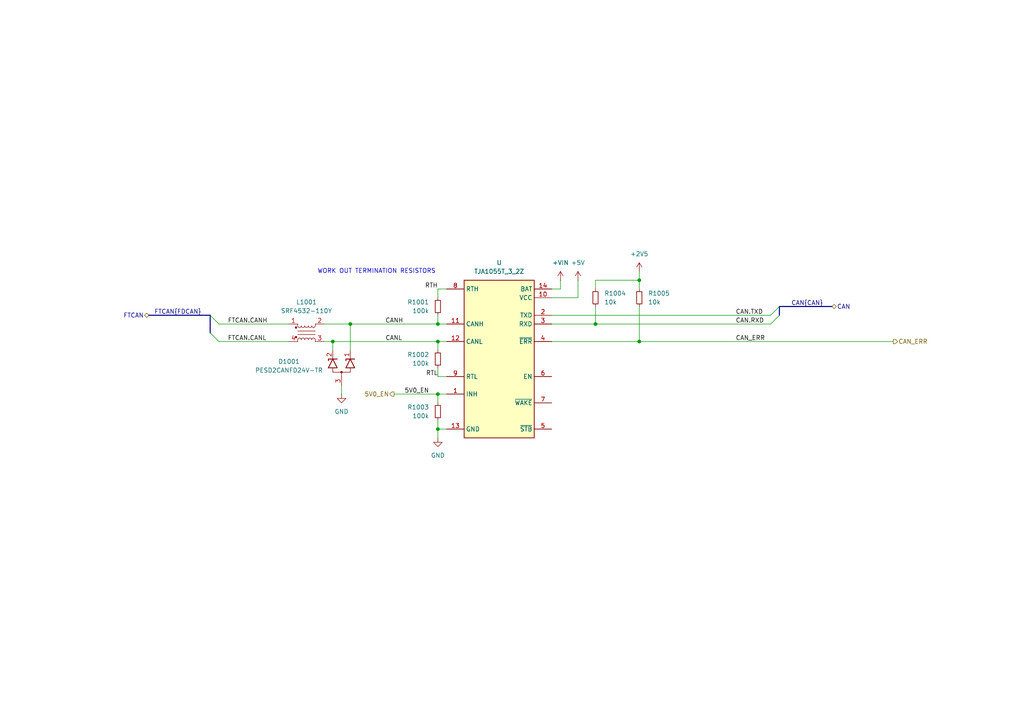
<source format=kicad_sch>
(kicad_sch (version 20231120) (generator "eeschema") (generator_version "8.0")
  (paper "A4")
  (title_block (date "2024-04-06") (rev "0.0.0") (company "Ben Smith"))
  (lib_symbols
    (symbol "Device:R_Small" (pin_numbers hide) (pin_names (offset 0.254) hide)
      (property "Reference" "R" (at 0.762 0.508 0))
      (property "Value" "R_Small" (at 0.762 -1.016 0))
      (symbol "R_Small_0_1"
        (rectangle (start -0.762 1.778) (end 0.762 -1.778) (stroke (width 0.2032)))
      )
      (symbol "R_Small_1_1"
        (pin passive line (at 0 2.54 270) (length 0.762) (name "~") (number "1"))
        (pin passive line (at 0 -2.54 90) (length 0.762) (name "~") (number "2"))
      )
    )
    (symbol "PESD2CANFD24V-TR:PESD2CANFD24V-TR" (pin_names hide)
      (property "Reference" "D" (at 0 17.78 0))
      (property "Value" "PESD2CANFD24V-TR" (at 0 15.24 0))
      (symbol "PESD2CANFD24V-TR_0_1"
        (polyline (pts (xy -2.54 -1.27) (xy 2.54 -1.27)))
        (polyline (pts (xy -2.54 0) (xy -2.54 -1.27)) (stroke (width 0.1524)))
        (polyline (pts (xy 0 -2.54) (xy 0 -1.27)))
        (polyline (pts (xy -3.81 2.54) (xy -1.27 2.54) (xy -1.27 2.032)) (stroke (width 0.254)))
        (polyline (pts (xy -1.27 0) (xy -3.81 0) (xy -2.54 2.54) (xy -1.27 0)) (stroke (width 0.254)))
      )
      (symbol "PESD2CANFD24V-TR_1_1"
        (circle (center 0 -1.27) (radius 0.254) (fill (type outline)))
        (polyline (pts (xy 2.54 0) (xy 2.54 -1.27)) (stroke (width 0.1524)))
        (polyline (pts (xy 1.27 2.54) (xy 3.81 2.54) (xy 3.81 2.032)) (stroke (width 0.254)))
        (polyline (pts (xy 3.81 0) (xy 1.27 0) (xy 2.54 2.54) (xy 3.81 0)) (stroke (width 0.254)))
        (pin passive line (at -2.54 5.08 270) (length 2.54) (name "K1") (number "1"))
        (pin passive line (at 2.54 5.08 270) (length 2.54) (name "K2") (number "2"))
        (pin passive line (at 0 -5.08 90) (length 2.54) (name "CC") (number "3"))
      )
    )
    (symbol "SRF4532-110Y:SRF4532-110Y" (pin_names hide)
      (property "Reference" "L" (at 0 5.08 0))
      (property "Value" "SRF4532-110Y" (at 0 2.54 0))
      (symbol "SRF4532-110Y_1_1"
        (circle (center -3.048 -6.35) (radius 0.254) (fill (type outline)))
        (circle (center -3.048 -3.556) (radius 0.254) (fill (type outline)))
        (arc (start -2.54 -3.048) (mid -2.032 -3.5538) (end -1.524 -3.048))
        (arc (start -1.524 -7.112) (mid -2.032 -6.6062) (end -2.54 -7.112))
        (arc (start -1.524 -3.048) (mid -1.016 -3.5538) (end -0.508 -3.048))
        (arc (start -0.508 -7.112) (mid -1.016 -6.6062) (end -1.524 -7.112))
        (arc (start -0.508 -3.048) (mid 0 -3.5538) (end 0.508 -3.048))
        (polyline (pts (xy -2.54 -7.112) (xy -2.54 -7.62)))
        (polyline (pts (xy -2.54 -4.572) (xy 2.54 -4.572)))
        (polyline (pts (xy -2.54 -3.048) (xy -2.54 -2.54)))
        (polyline (pts (xy 2.54 -7.112) (xy 2.54 -7.62)))
        (polyline (pts (xy 2.54 -5.588) (xy -2.54 -5.588)))
        (polyline (pts (xy 2.54 -2.54) (xy 2.54 -3.048)))
        (arc (start 0.508 -7.112) (mid 0 -6.6062) (end -0.508 -7.112))
        (arc (start 0.508 -3.048) (mid 1.016 -3.5538) (end 1.524 -3.048))
        (arc (start 1.524 -7.112) (mid 1.016 -6.6062) (end 0.508 -7.112))
        (arc (start 1.524 -3.048) (mid 2.032 -3.5538) (end 2.54 -3.048))
        (arc (start 2.54 -7.112) (mid 2.032 -6.6062) (end 1.524 -7.112))
        (pin passive line (at -5.08 -2.54 0) (length 2.54) (name "1") (number "1"))
        (pin passive line (at 5.08 -2.54 180) (length 2.54) (name "2") (number "2"))
        (pin passive line (at 5.08 -7.62 180) (length 2.54) (name "3") (number "3"))
        (pin passive line (at -5.08 -7.62 0) (length 2.54) (name "4") (number "4"))
      )
    )
    (symbol "TJA1055T_3_2Z:TJA1055T_3_2Z"
      (property "Reference" "U" (at 0 5.08 0))
      (property "Value" "TJA1055T_3_2Z" (at 0 2.54 0))
      (symbol "TJA1055T_3_2Z_1_1"
        (rectangle (start -10.16 0) (end 10.16 -45.72) (stroke (width 0.254)) (fill (type background)))
        (pin passive line (at -15.24 -33.02 0) (length 5.08) (name "INH") (number "1"))
        (pin passive line (at 15.24 -5.08 180) (length 5.08) (name "VCC") (number "10"))
        (pin passive line (at -15.24 -12.7 0) (length 5.08) (name "CANH") (number "11"))
        (pin passive line (at -15.24 -17.78 0) (length 5.08) (name "CANL") (number "12"))
        (pin passive line (at -15.24 -43.18 0) (length 5.08) (name "GND") (number "13"))
        (pin passive line (at 15.24 -2.54 180) (length 5.08) (name "BAT") (number "14"))
        (pin passive line (at 15.24 -10.16 180) (length 5.08) (name "TXD") (number "2"))
        (pin passive line (at 15.24 -12.7 180) (length 5.08) (name "RXD") (number "3"))
        (pin passive line (at 15.24 -17.78 180) (length 5.08) (name "~{ERR}") (number "4"))
        (pin passive line (at 15.24 -43.18 180) (length 5.08) (name "~{STB}") (number "5"))
        (pin passive line (at 15.24 -27.94 180) (length 5.08) (name "EN") (number "6"))
        (pin passive line (at 15.24 -35.56 180) (length 5.08) (name "~{WAKE}") (number "7"))
        (pin passive line (at -15.24 -2.54 0) (length 5.08) (name "RTH") (number "8"))
        (pin passive line (at -15.24 -27.94 0) (length 5.08) (name "RTL") (number "9"))
      )
    )
    (symbol "power:+2V5" (power) (pin_numbers hide) (pin_names (offset 0) hide)
      (property "Value" "+2V5" (at 0 3.556 0))
      (symbol "+2V5_0_1"
        (polyline (pts (xy -0.762 1.27) (xy 0 2.54)))
        (polyline (pts (xy 0 0) (xy 0 2.54)))
        (polyline (pts (xy 0 2.54) (xy 0.762 1.27)))
      )
      (symbol "+2V5_1_1"
        (pin power_in line (at 0 0 90) (length 0) (name "~") (number "1"))
      )
    )
    (symbol "power:+5V" (power) (pin_numbers hide) (pin_names (offset 0) hide)
      (property "Value" "+5V" (at 0 3.556 0))
      (symbol "+5V_0_1"
        (polyline (pts (xy -0.762 1.27) (xy 0 2.54)))
        (polyline (pts (xy 0 0) (xy 0 2.54)))
        (polyline (pts (xy 0 2.54) (xy 0.762 1.27)))
      )
      (symbol "+5V_1_1"
        (pin power_in line (at 0 0 90) (length 0) (name "~") (number "1"))
      )
    )
    (symbol "power:GND" (power) (pin_numbers hide) (pin_names (offset 0) hide)
      (property "Value" "GND" (at 0 -3.81 0))
      (symbol "GND_0_1"
        (polyline (pts (xy 0 0) (xy 0 -1.27) (xy 1.27 -1.27) (xy 0 -2.54) (xy -1.27 -1.27) (xy 0 -1.27)))
      )
      (symbol "GND_1_1"
        (pin power_in line (at 0 0 270) (length 0) (name "~") (number "1"))
      )
    )
  )
  (bus_alias "FTCAN" (members "CANH" "CANL"))
  (junction (at 185.42 81.28))
  (junction (at 185.42 99.06))
  (junction (at 127 124.46))
  (junction (at 127 114.3))
  (junction (at 127 93.98))
  (junction (at 172.72 93.98))
  (junction (at 101.6 93.98))
  (junction (at 96.52 99.06))
  (junction (at 127 99.06))
  (bus_entry (at 60.96 91.44) (size 2.54 2.54))
  (bus_entry (at 60.96 96.52) (size 2.54 2.54))
  (bus_entry (at 226.06 91.44) (size -2.54 2.54))
  (bus_entry (at 226.06 88.9) (size -2.54 2.54))
  (wire (pts (xy 96.52 99.06) (xy 96.52 101.6)))
  (wire (pts (xy 185.42 81.28) (xy 172.72 81.28)))
  (wire (pts (xy 93.98 99.06) (xy 96.52 99.06)))
  (wire (pts (xy 127 86.36) (xy 127 83.82)))
  (wire (pts (xy 127 127) (xy 127 124.46)))
  (wire (pts (xy 63.5 99.06) (xy 83.82 99.06)))
  (wire (pts (xy 160.02 91.44) (xy 223.52 91.44)))
  (wire (pts (xy 127 106.68) (xy 127 109.22)))
  (wire (pts (xy 127 124.46) (xy 127 121.92)))
  (wire (pts (xy 127 114.3) (xy 127 116.84)))
  (bus (pts (xy 60.96 91.44) (xy 43.18 91.44)))
  (wire (pts (xy 172.72 88.9) (xy 172.72 93.98)))
  (wire (pts (xy 127 99.06) (xy 127 101.6)))
  (wire (pts (xy 96.52 99.06) (xy 127 99.06)))
  (wire (pts (xy 172.72 93.98) (xy 223.52 93.98)))
  (wire (pts (xy 172.72 81.28) (xy 172.72 83.82)))
  (wire (pts (xy 93.98 93.98) (xy 101.6 93.98)))
  (wire (pts (xy 127 83.82) (xy 129.54 83.82)))
  (wire (pts (xy 160.02 99.06) (xy 185.42 99.06)))
  (wire (pts (xy 127 91.44) (xy 127 93.98)))
  (wire (pts (xy 185.42 99.06) (xy 259.08 99.06)))
  (bus (pts (xy 226.06 88.9) (xy 241.3 88.9)))
  (wire (pts (xy 185.42 99.06) (xy 185.42 88.9)))
  (bus (pts (xy 60.96 91.44) (xy 60.96 96.52)))
  (wire (pts (xy 127 99.06) (xy 129.54 99.06)))
  (wire (pts (xy 162.56 81.28) (xy 162.56 83.82)))
  (bus (pts (xy 226.06 88.9) (xy 226.06 91.44)))
  (wire (pts (xy 160.02 83.82) (xy 162.56 83.82)))
  (wire (pts (xy 185.42 78.74) (xy 185.42 81.28)))
  (wire (pts (xy 99.06 114.3) (xy 99.06 111.76)))
  (wire (pts (xy 167.64 81.28) (xy 167.64 86.36)))
  (wire (pts (xy 167.64 86.36) (xy 160.02 86.36)))
  (wire (pts (xy 63.5 93.98) (xy 83.82 93.98)))
  (wire (pts (xy 127 109.22) (xy 129.54 109.22)))
  (wire (pts (xy 127 114.3) (xy 114.3 114.3)))
  (wire (pts (xy 185.42 83.82) (xy 185.42 81.28)))
  (wire (pts (xy 129.54 124.46) (xy 127 124.46)))
  (wire (pts (xy 101.6 93.98) (xy 101.6 101.6)))
  (wire (pts (xy 127 114.3) (xy 129.54 114.3)))
  (wire (pts (xy 101.6 93.98) (xy 127 93.98)))
  (wire (pts (xy 127 93.98) (xy 129.54 93.98)))
  (wire (pts (xy 160.02 93.98) (xy 172.72 93.98)))
  (text "WORK OUT TERMINATION RESISTORS" (at 109.22 78.74 0) (effects (font (size 1.27 1.27))))
  (label "CAN{CAN}" (at 238.76 88.9 180))
  (label "CANL" (at 111.76 99.06 0))
  (label "FTCAN.CANL" (at 66.04 99.06 0))
  (label "CAN.RXD" (at 213.36 93.98 0))
  (label "FTCAN.CANH" (at 66.04 93.98 0))
  (label "5V0_EN" (at 124.46 114.3 180))
  (label "CAN_ERR" (at 213.36 99.06 0))
  (label "CANH" (at 111.76 93.98 0))
  (label "RTL" (at 127 109.22 180))
  (label "CAN.TXD" (at 213.36 91.44 0))
  (label "RTH" (at 127 83.82 180))
  (label "FTCAN{FDCAN}" (at 58.42 91.44 180))
  (hierarchical_label "CAN" (shape bidirectional) (at 241.3 88.9 0))
  (hierarchical_label "FTCAN" (shape bidirectional) (at 43.18 91.44 180))
  (hierarchical_label "5V0_EN" (shape output) (at 114.3 114.3 180))
  (hierarchical_label "CAN_ERR" (shape output) (at 259.08 99.06 0))
  (symbol (lib_id "power:+2V5") (at 185.42 78.74 0) (unit 1)
    (property "Reference" "#PWR01005" (effects (hide yes)))
    (property "Value" "+2V5" (at 185.42 73.66 0))
    (property "Description" "Power symbol creates a global label with name \"+2V5\"" (effects (hide yes)))
  )
  (symbol (lib_id "power:GND") (at 99.06 114.3 0) (unit 1)
    (property "Reference" "#PWR01001" (effects (hide yes)))
    (property "Value" "GND" (at 99.06 119.38 0))
    (property "Description" "Power symbol creates a global label with name \"GND\" , ground" (effects (hide yes)))
  )
  (symbol (lib_id "TJA1055T_3_2Z:TJA1055T_3_2Z") (at 144.78 81.28 0) (unit 1)
    (property "Reference" "U" (at 144.78 76.2 0))
    (property "Value" "TJA1055T_3_2Z" (at 144.78 78.74 0))
    (property "Footprint" "switch_footprints:SOIC127P600X175-14N" (effects (hide yes)))
    (property "Datasheet" "http://www.nxp.com/docs/en/data-sheet/TJA1055.pdf" (effects (hide yes)))
    (property "Description" "CAN Interface IC Enhanced fault-tolerant CAN transceiver" (effects (hide yes)))
    (property "Height" "1.75" (effects (hide yes)))
    (property "Mouser Part Number" "771-TJA1055T/3/2Z" (effects (hide yes)))
    (property "Mouser Price/Stock" "https://www.mouser.co.uk/ProductDetail/NXP-Semiconductors/TJA1055T-3-2Z?qs=qSfuJ%252Bfl%2Fd73Y%2FIsMw3Ayg%3D%3D" (effects (hide yes)))
    (property "Manufacturer_Name" "NXP" (effects (hide yes)))
    (property "Manufacturer_Part_Number" "TJA1055T/3/2Z" (effects (hide yes)))
  )
  (symbol (lib_id "Device:R_Small") (at 185.42 86.36 0) (mirror y) (unit 1)
    (property "Reference" "R1005" (at 187.96 85.0899 0) (effects (justify right)))
    (property "Value" "10k" (at 187.96 87.6299 0) (effects (justify right)))
    (property "Footprint" "Resistor_SMD:R_0402_1005Metric" (effects (hide yes)))
    (property "Description" "Resistor, small symbol" (effects (hide yes)))
  )
  (symbol (lib_id "Device:R_Small") (at 172.72 86.36 0) (mirror y) (unit 1)
    (property "Reference" "R1004" (at 175.26 85.0899 0) (effects (justify right)))
    (property "Value" "10k" (at 175.26 87.6299 0) (effects (justify right)))
    (property "Footprint" "Resistor_SMD:R_0402_1005Metric" (effects (hide yes)))
    (property "Description" "Resistor, small symbol" (effects (hide yes)))
  )
  (symbol (lib_id "power:+5V") (at 162.56 81.28 0) (unit 1)
    (property "Reference" "#PWR01003" (effects (hide yes)))
    (property "Value" "+VIN" (at 162.56 76.2 0))
    (property "Description" "Power symbol creates a global label with name \"+VIN\"" (effects (hide yes)))
  )
  (symbol (lib_id "power:GND") (at 127 127 0) (mirror y) (unit 1)
    (property "Reference" "#PWR01004" (effects (hide yes)))
    (property "Value" "GND" (at 127 132.08 0))
    (property "Description" "Power symbol creates a global label with name \"GND\" , ground" (effects (hide yes)))
  )
  (symbol (lib_id "PESD2CANFD24V-TR:PESD2CANFD24V-TR") (at 99.06 106.68 0) (mirror y) (unit 1)
    (property "Reference" "D1001" (at 83.82 104.14 0) (effects (justify top)))
    (property "Value" "PESD2CANFD24V-TR" (at 83.82 106.68 0) (effects (justify top)))
    (property "Footprint" "switch_footprints:SOT95P230X110-3N" (effects (hide yes)))
    (property "Datasheet" "https://www.mouser.co.uk/datasheet/2/916/PESD2CANFD24V_T-1772559.pdf" (effects (hide yes)))
    (property "Description" "ESD Suppressors / TVS Diodes DIODE ESD PROT" (effects (hide yes)))
    (property "Height" "1.1" (effects (hide yes)))
    (property "Mouser Part Number" "771-PESD2CANFD24V-TR" (effects (hide yes)))
    (property "Mouser Price/Stock" "https://www.mouser.co.uk/ProductDetail/Nexperia/PESD2CANFD24V-TR?qs=xZ%2FP%252Ba9zWqbW0qDIUI%252BQ%2FA%3D%3D" (effects (hide yes)))
    (property "Manufacturer_Name" "Nexperia" (effects (hide yes)))
    (property "Manufacturer_Part_Number" "PESD2CANFD24V-TR" (effects (hide yes)))
  )
  (symbol (lib_id "power:+5V") (at 167.64 81.28 0) (unit 1)
    (property "Reference" "#PWR01002" (effects (hide yes)))
    (property "Value" "+5V" (at 167.64 76.2 0))
    (property "Description" "Power symbol creates a global label with name \"+5V\"" (effects (hide yes)))
  )
  (symbol (lib_id "Device:R_Small") (at 127 119.38 0) (unit 1)
    (property "Reference" "R1003" (at 124.46 118.1099 0) (effects (justify right)))
    (property "Value" "100k" (at 124.46 120.6499 0) (effects (justify right)))
    (property "Footprint" "Resistor_SMD:R_0402_1005Metric" (effects (hide yes)))
    (property "Description" "Resistor, small symbol" (effects (hide yes)))
  )
  (symbol (lib_id "Device:R_Small") (at 127 104.14 0) (unit 1)
    (property "Reference" "R1002" (at 124.46 102.8699 0) (effects (justify right)))
    (property "Value" "100k" (at 124.46 105.4099 0) (effects (justify right)))
    (property "Footprint" "Resistor_SMD:R_0402_1005Metric" (effects (hide yes)))
    (property "Description" "Resistor, small symbol" (effects (hide yes)))
  )
  (symbol (lib_id "SRF4532-110Y:SRF4532-110Y") (at 88.9 91.44 0) (unit 1)
    (property "Reference" "L1001" (at 88.9 87.63 0))
    (property "Value" "SRF4532-110Y" (at 88.9 90.17 0))
    (property "Footprint" "switch_footprints:SRF4532101Y" (effects (hide yes)))
    (property "Datasheet" "https://www.bourns.com/docs/Product-Datasheets/SRF4532.pdf" (effects (hide yes)))
    (property "Description" "Bourns Type 4532 Wire-wound SMD Inductor with a Ferrite Core, 11 uH -30  +50% Wire-Wound 300mA Idc" (effects (hide yes)))
    (property "Height" "3" (effects (hide yes)))
    (property "Mouser Part Number" "652-SRF4532-110Y" (effects (hide yes)))
    (property "Mouser Price/Stock" "https://www.mouser.co.uk/ProductDetail/Bourns/SRF4532-110Y?qs=u649AIwumF8o5t6hcAfmlw%3D%3D" (effects (hide yes)))
    (property "Manufacturer_Name" "Bourns" (effects (hide yes)))
    (property "Manufacturer_Part_Number" "SRF4532-110Y" (effects (hide yes)))
  )
  (symbol (lib_id "Device:R_Small") (at 127 88.9 0) (unit 1)
    (property "Reference" "R1001" (at 124.46 87.6299 0) (effects (justify right)))
    (property "Value" "100k" (at 124.46 90.1699 0) (effects (justify right)))
    (property "Footprint" "Resistor_SMD:R_0402_1005Metric" (effects (hide yes)))
    (property "Description" "Resistor, small symbol" (effects (hide yes)))
  )
)
</source>
